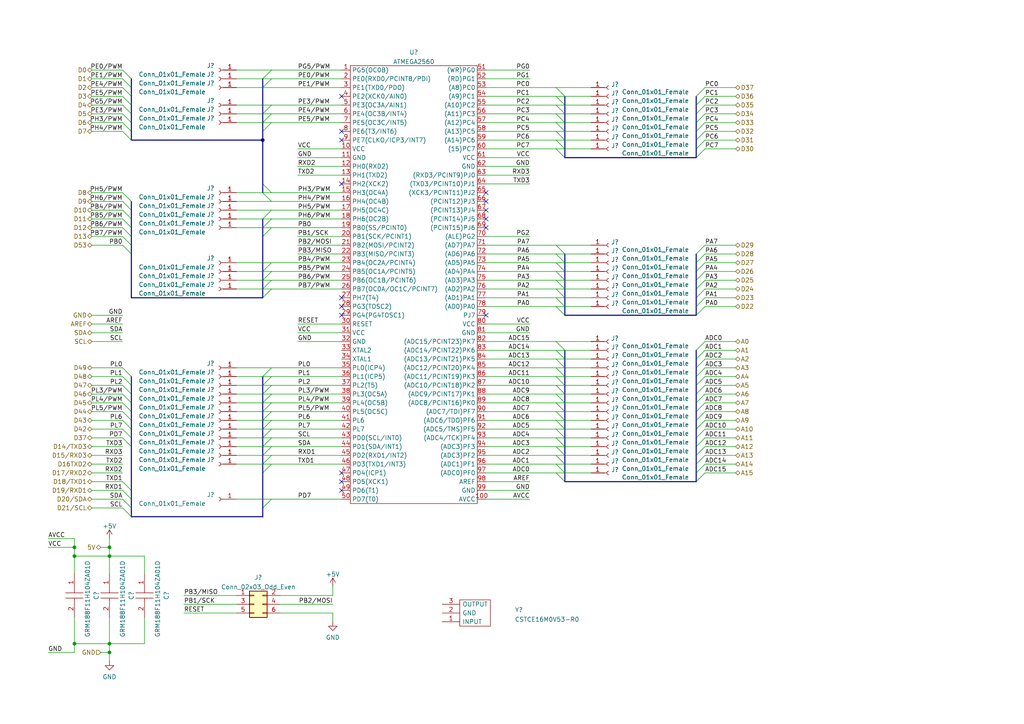
<source format=kicad_sch>
(kicad_sch (version 20211123) (generator eeschema)
  (paper "A4")
  (junction (at 76.2 40.64))
  (junction (at 31.75 186.69))
  (junction (at 21.59 186.69))
  (junction (at 31.75 189.23))
  (junction (at 31.75 158.75))
  (junction (at 21.59 158.75))
  (junction (at 21.59 161.29))
  (junction (at 31.75 161.29))
  (no_connect (at 140.97 58.42))
  (no_connect (at 140.97 55.88))
  (no_connect (at 140.97 91.44))
  (no_connect (at 140.97 66.04))
  (no_connect (at 140.97 63.5))
  (no_connect (at 140.97 60.96))
  (no_connect (at 99.06 40.64))
  (no_connect (at 99.06 38.1))
  (no_connect (at 99.06 27.94))
  (no_connect (at 99.06 142.24))
  (no_connect (at 99.06 139.7))
  (no_connect (at 99.06 137.16))
  (no_connect (at 99.06 88.9))
  (no_connect (at 99.06 91.44))
  (no_connect (at 99.06 86.36))
  (no_connect (at 99.06 53.34))
  (bus_entry (at 78.74 22.86) (size -2.54 2.54))
  (bus_entry (at 78.74 35.56) (size -2.54 2.54))
  (bus_entry (at 78.74 33.02) (size -2.54 2.54))
  (bus_entry (at 78.74 30.48) (size -2.54 2.54))
  (bus_entry (at 35.56 109.22) (size 2.54 2.54))
  (bus_entry (at 35.56 106.68) (size 2.54 2.54))
  (bus_entry (at 35.56 111.76) (size 2.54 2.54))
  (bus_entry (at 35.56 116.84) (size 2.54 2.54))
  (bus_entry (at 35.56 114.3) (size 2.54 2.54))
  (bus_entry (at 35.56 121.92) (size 2.54 2.54))
  (bus_entry (at 35.56 124.46) (size 2.54 2.54))
  (bus_entry (at 35.56 119.38) (size 2.54 2.54))
  (bus_entry (at 35.56 127) (size 2.54 2.54))
  (bus_entry (at 161.29 43.18) (size 2.54 2.54))
  (bus_entry (at 161.29 40.64) (size 2.54 2.54))
  (bus_entry (at 161.29 35.56) (size 2.54 2.54))
  (bus_entry (at 161.29 38.1) (size 2.54 2.54))
  (bus_entry (at 161.29 25.4) (size 2.54 2.54))
  (bus_entry (at 161.29 30.48) (size 2.54 2.54))
  (bus_entry (at 161.29 33.02) (size 2.54 2.54))
  (bus_entry (at 161.29 27.94) (size 2.54 2.54))
  (bus_entry (at 35.56 142.24) (size 2.54 2.54))
  (bus_entry (at 35.56 139.7) (size 2.54 2.54))
  (bus_entry (at 78.74 129.54) (size -2.54 2.54))
  (bus_entry (at 78.74 134.62) (size -2.54 2.54))
  (bus_entry (at 78.74 132.08) (size -2.54 2.54))
  (bus_entry (at 78.74 127) (size -2.54 2.54))
  (bus_entry (at 78.74 58.42) (size -2.54 -2.54))
  (bus_entry (at 204.47 116.84) (size -2.54 2.54))
  (bus_entry (at 204.47 101.6) (size -2.54 2.54))
  (bus_entry (at 204.47 99.06) (size -2.54 2.54))
  (bus_entry (at 204.47 111.76) (size -2.54 2.54))
  (bus_entry (at 204.47 114.3) (size -2.54 2.54))
  (bus_entry (at 204.47 104.14) (size -2.54 2.54))
  (bus_entry (at 204.47 106.68) (size -2.54 2.54))
  (bus_entry (at 204.47 109.22) (size -2.54 2.54))
  (bus_entry (at 78.74 60.96) (size -2.54 2.54))
  (bus_entry (at 78.74 63.5) (size -2.54 2.54))
  (bus_entry (at 78.74 66.04) (size -2.54 2.54))
  (bus_entry (at 78.74 76.2) (size -2.54 2.54))
  (bus_entry (at 78.74 81.28) (size -2.54 2.54))
  (bus_entry (at 78.74 83.82) (size -2.54 2.54))
  (bus_entry (at 78.74 78.74) (size -2.54 2.54))
  (bus_entry (at 204.47 78.74) (size -2.54 2.54))
  (bus_entry (at 204.47 73.66) (size -2.54 2.54))
  (bus_entry (at 204.47 76.2) (size -2.54 2.54))
  (bus_entry (at 204.47 88.9) (size -2.54 2.54))
  (bus_entry (at 204.47 86.36) (size -2.54 2.54))
  (bus_entry (at 204.47 83.82) (size -2.54 2.54))
  (bus_entry (at 204.47 81.28) (size -2.54 2.54))
  (bus_entry (at 204.47 71.12) (size -2.54 2.54))
  (bus_entry (at 78.74 106.68) (size -2.54 2.54))
  (bus_entry (at 78.74 114.3) (size -2.54 2.54))
  (bus_entry (at 78.74 111.76) (size -2.54 2.54))
  (bus_entry (at 78.74 109.22) (size -2.54 2.54))
  (bus_entry (at 78.74 121.92) (size -2.54 2.54))
  (bus_entry (at 78.74 119.38) (size -2.54 2.54))
  (bus_entry (at 78.74 116.84) (size -2.54 2.54))
  (bus_entry (at 78.74 124.46) (size -2.54 2.54))
  (bus_entry (at 204.47 43.18) (size -2.54 2.54))
  (bus_entry (at 204.47 30.48) (size -2.54 2.54))
  (bus_entry (at 204.47 27.94) (size -2.54 2.54))
  (bus_entry (at 204.47 25.4) (size -2.54 2.54))
  (bus_entry (at 204.47 33.02) (size -2.54 2.54))
  (bus_entry (at 204.47 35.56) (size -2.54 2.54))
  (bus_entry (at 204.47 40.64) (size -2.54 2.54))
  (bus_entry (at 204.47 38.1) (size -2.54 2.54))
  (bus_entry (at 76.2 53.34) (size 2.54 2.54))
  (bus_entry (at 35.56 55.88) (size 2.54 2.54))
  (bus_entry (at 35.56 58.42) (size 2.54 2.54))
  (bus_entry (at 35.56 60.96) (size 2.54 2.54))
  (bus_entry (at 35.56 63.5) (size 2.54 2.54))
  (bus_entry (at 35.56 66.04) (size 2.54 2.54))
  (bus_entry (at 35.56 68.58) (size 2.54 2.54))
  (bus_entry (at 35.56 71.12) (size 2.54 2.54))
  (bus_entry (at 161.29 116.84) (size 2.54 2.54))
  (bus_entry (at 161.29 114.3) (size 2.54 2.54))
  (bus_entry (at 161.29 111.76) (size 2.54 2.54))
  (bus_entry (at 161.29 109.22) (size 2.54 2.54))
  (bus_entry (at 161.29 106.68) (size 2.54 2.54))
  (bus_entry (at 161.29 104.14) (size 2.54 2.54))
  (bus_entry (at 161.29 101.6) (size 2.54 2.54))
  (bus_entry (at 161.29 99.06) (size 2.54 2.54))
  (bus_entry (at 78.74 20.32) (size -2.54 2.54))
  (bus_entry (at 204.47 121.92) (size -2.54 2.54))
  (bus_entry (at 204.47 124.46) (size -2.54 2.54))
  (bus_entry (at 204.47 127) (size -2.54 2.54))
  (bus_entry (at 204.47 129.54) (size -2.54 2.54))
  (bus_entry (at 204.47 132.08) (size -2.54 2.54))
  (bus_entry (at 204.47 134.62) (size -2.54 2.54))
  (bus_entry (at 204.47 137.16) (size -2.54 2.54))
  (bus_entry (at 204.47 119.38) (size -2.54 2.54))
  (bus_entry (at 35.56 27.94) (size 2.54 2.54))
  (bus_entry (at 35.56 38.1) (size 2.54 2.54))
  (bus_entry (at 35.56 35.56) (size 2.54 2.54))
  (bus_entry (at 35.56 33.02) (size 2.54 2.54))
  (bus_entry (at 35.56 30.48) (size 2.54 2.54))
  (bus_entry (at 35.56 22.86) (size 2.54 2.54))
  (bus_entry (at 35.56 25.4) (size 2.54 2.54))
  (bus_entry (at 161.29 88.9) (size 2.54 2.54))
  (bus_entry (at 161.29 86.36) (size 2.54 2.54))
  (bus_entry (at 161.29 137.16) (size 2.54 2.54))
  (bus_entry (at 161.29 83.82) (size 2.54 2.54))
  (bus_entry (at 161.29 81.28) (size 2.54 2.54))
  (bus_entry (at 161.29 78.74) (size 2.54 2.54))
  (bus_entry (at 161.29 76.2) (size 2.54 2.54))
  (bus_entry (at 161.29 73.66) (size 2.54 2.54))
  (bus_entry (at 161.29 71.12) (size 2.54 2.54))
  (bus_entry (at 78.74 144.78) (size -2.54 2.54))
  (bus_entry (at 161.29 119.38) (size 2.54 2.54))
  (bus_entry (at 161.29 127) (size 2.54 2.54))
  (bus_entry (at 161.29 129.54) (size 2.54 2.54))
  (bus_entry (at 161.29 121.92) (size 2.54 2.54))
  (bus_entry (at 161.29 124.46) (size 2.54 2.54))
  (bus_entry (at 161.29 134.62) (size 2.54 2.54))
  (bus_entry (at 161.29 132.08) (size 2.54 2.54))
  (bus_entry (at 35.56 20.32) (size 2.54 2.54))
  (bus_entry (at 35.56 144.78) (size 2.54 2.54))
  (bus_entry (at 35.56 147.32) (size 2.54 2.54))
  (wire (pts (xy 204.47 30.48) (xy 213.36 30.48)))
  (wire (pts (xy 68.58 35.56) (xy 76.2 35.56)))
  (wire (pts (xy 76.2 35.56) (xy 78.74 35.56)))
  (wire (pts (xy 161.29 35.56) (xy 163.83 35.56)))
  (wire (pts (xy 35.56 25.4) (xy 26.67 25.4)))
  (bus (pts (xy 38.1 35.56) (xy 38.1 38.1)))
  (wire (pts (xy 78.74 58.42) (xy 99.06 58.42)))
  (wire (pts (xy 35.56 119.38) (xy 26.67 119.38)))
  (wire (pts (xy 161.29 116.84) (xy 163.83 116.84)))
  (bus (pts (xy 163.83 35.56) (xy 163.83 38.1)))
  (wire (pts (xy 161.29 127) (xy 163.83 127)))
  (bus (pts (xy 38.1 58.42) (xy 38.1 60.96)))
  (wire (pts (xy 163.83 81.28) (xy 171.45 81.28)))
  (bus (pts (xy 201.93 111.76) (xy 201.93 114.3)))
  (wire (pts (xy 76.2 63.5) (xy 78.74 63.5)))
  (wire (pts (xy 68.58 114.3) (xy 76.2 114.3)))
  (wire (pts (xy 31.75 179.07) (xy 31.75 186.69)))
  (wire (pts (xy 140.97 111.76) (xy 161.29 111.76)))
  (wire (pts (xy 161.29 134.62) (xy 163.83 134.62)))
  (wire (pts (xy 26.67 68.58) (xy 35.56 68.58)))
  (bus (pts (xy 163.83 114.3) (xy 163.83 116.84)))
  (wire (pts (xy 204.47 137.16) (xy 213.36 137.16)))
  (wire (pts (xy 76.2 81.28) (xy 78.74 81.28)))
  (wire (pts (xy 78.74 121.92) (xy 99.06 121.92)))
  (bus (pts (xy 38.1 30.48) (xy 38.1 33.02)))
  (bus (pts (xy 38.1 111.76) (xy 38.1 114.3)))
  (wire (pts (xy 163.83 43.18) (xy 171.45 43.18)))
  (wire (pts (xy 140.97 45.72) (xy 153.67 45.72)))
  (wire (pts (xy 140.97 83.82) (xy 161.29 83.82)))
  (bus (pts (xy 38.1 63.5) (xy 38.1 66.04)))
  (wire (pts (xy 161.29 27.94) (xy 163.83 27.94)))
  (bus (pts (xy 163.83 33.02) (xy 163.83 35.56)))
  (wire (pts (xy 140.97 109.22) (xy 161.29 109.22)))
  (bus (pts (xy 201.93 109.22) (xy 201.93 111.76)))
  (wire (pts (xy 163.83 127) (xy 171.45 127)))
  (wire (pts (xy 204.47 43.18) (xy 213.36 43.18)))
  (bus (pts (xy 201.93 86.36) (xy 201.93 88.9)))
  (wire (pts (xy 81.28 177.8) (xy 96.52 177.8)))
  (wire (pts (xy 140.97 27.94) (xy 161.29 27.94)))
  (bus (pts (xy 201.93 83.82) (xy 201.93 86.36)))
  (wire (pts (xy 204.47 109.22) (xy 213.36 109.22)))
  (wire (pts (xy 35.56 114.3) (xy 26.67 114.3)))
  (bus (pts (xy 201.93 81.28) (xy 201.93 83.82)))
  (wire (pts (xy 140.97 99.06) (xy 161.29 99.06)))
  (wire (pts (xy 26.67 63.5) (xy 35.56 63.5)))
  (bus (pts (xy 76.2 83.82) (xy 76.2 86.36)))
  (bus (pts (xy 38.1 119.38) (xy 38.1 121.92)))
  (wire (pts (xy 26.67 99.06) (xy 35.56 99.06)))
  (wire (pts (xy 78.74 132.08) (xy 99.06 132.08)))
  (wire (pts (xy 161.29 114.3) (xy 163.83 114.3)))
  (bus (pts (xy 201.93 137.16) (xy 201.93 139.7)))
  (bus (pts (xy 163.83 78.74) (xy 163.83 81.28)))
  (wire (pts (xy 86.36 99.06) (xy 99.06 99.06)))
  (wire (pts (xy 21.59 179.07) (xy 21.59 186.69)))
  (bus (pts (xy 163.83 137.16) (xy 163.83 139.7)))
  (wire (pts (xy 26.67 55.88) (xy 35.56 55.88)))
  (wire (pts (xy 161.29 119.38) (xy 163.83 119.38)))
  (wire (pts (xy 161.29 40.64) (xy 163.83 40.64)))
  (wire (pts (xy 68.58 132.08) (xy 76.2 132.08)))
  (wire (pts (xy 140.97 127) (xy 161.29 127)))
  (wire (pts (xy 140.97 134.62) (xy 161.29 134.62)))
  (wire (pts (xy 26.67 96.52) (xy 35.56 96.52)))
  (wire (pts (xy 86.36 43.18) (xy 99.06 43.18)))
  (bus (pts (xy 163.83 116.84) (xy 163.83 119.38)))
  (wire (pts (xy 76.2 121.92) (xy 78.74 121.92)))
  (wire (pts (xy 204.47 121.92) (xy 213.36 121.92)))
  (wire (pts (xy 13.97 189.23) (xy 21.59 189.23)))
  (bus (pts (xy 201.93 124.46) (xy 201.93 127)))
  (bus (pts (xy 38.1 144.78) (xy 38.1 147.32)))
  (wire (pts (xy 68.58 20.32) (xy 78.74 20.32)))
  (wire (pts (xy 68.58 66.04) (xy 76.2 66.04)))
  (bus (pts (xy 76.2 149.86) (xy 76.2 147.32)))
  (wire (pts (xy 204.47 116.84) (xy 213.36 116.84)))
  (wire (pts (xy 161.29 33.02) (xy 163.83 33.02)))
  (wire (pts (xy 163.83 76.2) (xy 171.45 76.2)))
  (bus (pts (xy 38.1 60.96) (xy 38.1 63.5)))
  (wire (pts (xy 140.97 50.8) (xy 153.67 50.8)))
  (wire (pts (xy 78.74 81.28) (xy 99.06 81.28)))
  (bus (pts (xy 76.2 137.16) (xy 76.2 147.32)))
  (wire (pts (xy 78.74 144.78) (xy 99.06 144.78)))
  (wire (pts (xy 26.67 93.98) (xy 35.56 93.98)))
  (wire (pts (xy 68.58 58.42) (xy 78.74 58.42)))
  (wire (pts (xy 163.83 88.9) (xy 171.45 88.9)))
  (wire (pts (xy 26.67 71.12) (xy 35.56 71.12)))
  (wire (pts (xy 204.47 35.56) (xy 213.36 35.56)))
  (wire (pts (xy 53.34 177.8) (xy 68.58 177.8)))
  (wire (pts (xy 76.2 78.74) (xy 78.74 78.74)))
  (wire (pts (xy 26.67 91.44) (xy 35.56 91.44)))
  (wire (pts (xy 161.29 111.76) (xy 163.83 111.76)))
  (wire (pts (xy 204.47 25.4) (xy 213.36 25.4)))
  (wire (pts (xy 68.58 121.92) (xy 76.2 121.92)))
  (wire (pts (xy 26.67 60.96) (xy 35.56 60.96)))
  (bus (pts (xy 38.1 109.22) (xy 38.1 111.76)))
  (bus (pts (xy 163.83 86.36) (xy 163.83 88.9)))
  (wire (pts (xy 78.74 33.02) (xy 99.06 33.02)))
  (bus (pts (xy 163.83 43.18) (xy 163.83 45.72)))
  (bus (pts (xy 76.2 33.02) (xy 76.2 35.56)))
  (wire (pts (xy 78.74 134.62) (xy 99.06 134.62)))
  (wire (pts (xy 204.47 76.2) (xy 213.36 76.2)))
  (bus (pts (xy 76.2 134.62) (xy 76.2 137.16)))
  (wire (pts (xy 26.67 127) (xy 35.56 127)))
  (wire (pts (xy 21.59 156.21) (xy 21.59 158.75)))
  (wire (pts (xy 86.36 48.26) (xy 99.06 48.26)))
  (wire (pts (xy 161.29 30.48) (xy 163.83 30.48)))
  (wire (pts (xy 140.97 144.78) (xy 153.67 144.78)))
  (bus (pts (xy 76.2 124.46) (xy 76.2 127)))
  (bus (pts (xy 201.93 121.92) (xy 201.93 124.46)))
  (bus (pts (xy 201.93 38.1) (xy 201.93 40.64)))
  (wire (pts (xy 41.91 161.29) (xy 41.91 166.37)))
  (wire (pts (xy 140.97 121.92) (xy 161.29 121.92)))
  (wire (pts (xy 86.36 68.58) (xy 99.06 68.58)))
  (wire (pts (xy 21.59 158.75) (xy 21.59 161.29)))
  (bus (pts (xy 76.2 109.22) (xy 76.2 111.76)))
  (bus (pts (xy 201.93 35.56) (xy 201.93 38.1)))
  (wire (pts (xy 68.58 124.46) (xy 76.2 124.46)))
  (wire (pts (xy 78.74 30.48) (xy 99.06 30.48)))
  (wire (pts (xy 161.29 121.92) (xy 163.83 121.92)))
  (bus (pts (xy 163.83 76.2) (xy 163.83 78.74)))
  (wire (pts (xy 161.29 76.2) (xy 163.83 76.2)))
  (wire (pts (xy 31.75 161.29) (xy 41.91 161.29)))
  (bus (pts (xy 76.2 119.38) (xy 76.2 121.92)))
  (bus (pts (xy 76.2 68.58) (xy 76.2 78.74)))
  (bus (pts (xy 163.83 104.14) (xy 163.83 106.68)))
  (wire (pts (xy 26.67 132.08) (xy 35.56 132.08)))
  (wire (pts (xy 140.97 129.54) (xy 161.29 129.54)))
  (wire (pts (xy 140.97 116.84) (xy 161.29 116.84)))
  (wire (pts (xy 76.2 25.4) (xy 99.06 25.4)))
  (wire (pts (xy 140.97 132.08) (xy 161.29 132.08)))
  (wire (pts (xy 35.56 30.48) (xy 26.67 30.48)))
  (bus (pts (xy 201.93 116.84) (xy 201.93 119.38)))
  (wire (pts (xy 68.58 78.74) (xy 76.2 78.74)))
  (bus (pts (xy 201.93 88.9) (xy 201.93 91.44)))
  (wire (pts (xy 204.47 114.3) (xy 213.36 114.3)))
  (bus (pts (xy 163.83 111.76) (xy 163.83 114.3)))
  (bus (pts (xy 38.1 66.04) (xy 38.1 68.58)))
  (wire (pts (xy 26.67 66.04) (xy 35.56 66.04)))
  (wire (pts (xy 204.47 101.6) (xy 213.36 101.6)))
  (wire (pts (xy 76.2 134.62) (xy 78.74 134.62)))
  (wire (pts (xy 204.47 88.9) (xy 213.36 88.9)))
  (wire (pts (xy 68.58 116.84) (xy 76.2 116.84)))
  (wire (pts (xy 204.47 129.54) (xy 213.36 129.54)))
  (bus (pts (xy 76.2 22.86) (xy 76.2 25.4)))
  (bus (pts (xy 163.83 132.08) (xy 163.83 134.62)))
  (wire (pts (xy 140.97 20.32) (xy 153.67 20.32)))
  (wire (pts (xy 204.47 86.36) (xy 213.36 86.36)))
  (wire (pts (xy 140.97 25.4) (xy 161.29 25.4)))
  (wire (pts (xy 53.34 172.72) (xy 68.58 172.72)))
  (wire (pts (xy 204.47 132.08) (xy 213.36 132.08)))
  (bus (pts (xy 201.93 114.3) (xy 201.93 116.84)))
  (bus (pts (xy 163.83 45.72) (xy 201.93 45.72)))
  (wire (pts (xy 163.83 109.22) (xy 171.45 109.22)))
  (wire (pts (xy 161.29 71.12) (xy 171.45 71.12)))
  (wire (pts (xy 26.67 58.42) (xy 35.56 58.42)))
  (wire (pts (xy 204.47 27.94) (xy 213.36 27.94)))
  (wire (pts (xy 140.97 53.34) (xy 153.67 53.34)))
  (bus (pts (xy 201.93 33.02) (xy 201.93 35.56)))
  (wire (pts (xy 26.67 147.32) (xy 35.56 147.32)))
  (wire (pts (xy 29.21 189.23) (xy 31.75 189.23)))
  (wire (pts (xy 163.83 40.64) (xy 171.45 40.64)))
  (wire (pts (xy 35.56 20.32) (xy 26.67 20.32)))
  (wire (pts (xy 204.47 83.82) (xy 213.36 83.82)))
  (bus (pts (xy 38.1 124.46) (xy 38.1 127)))
  (wire (pts (xy 76.2 129.54) (xy 78.74 129.54)))
  (wire (pts (xy 140.97 139.7) (xy 153.67 139.7)))
  (wire (pts (xy 26.67 27.94) (xy 35.56 27.94)))
  (wire (pts (xy 204.47 106.68) (xy 213.36 106.68)))
  (wire (pts (xy 163.83 106.68) (xy 171.45 106.68)))
  (wire (pts (xy 35.56 116.84) (xy 26.67 116.84)))
  (wire (pts (xy 140.97 68.58) (xy 153.67 68.58)))
  (wire (pts (xy 140.97 81.28) (xy 161.29 81.28)))
  (bus (pts (xy 38.1 25.4) (xy 38.1 27.94)))
  (bus (pts (xy 38.1 121.92) (xy 38.1 124.46)))
  (wire (pts (xy 140.97 76.2) (xy 161.29 76.2)))
  (wire (pts (xy 140.97 106.68) (xy 161.29 106.68)))
  (wire (pts (xy 78.74 60.96) (xy 99.06 60.96)))
  (wire (pts (xy 163.83 78.74) (xy 171.45 78.74)))
  (wire (pts (xy 76.2 124.46) (xy 78.74 124.46)))
  (bus (pts (xy 163.83 134.62) (xy 163.83 137.16)))
  (wire (pts (xy 76.2 111.76) (xy 78.74 111.76)))
  (wire (pts (xy 26.67 129.54) (xy 35.56 129.54)))
  (wire (pts (xy 86.36 96.52) (xy 99.06 96.52)))
  (wire (pts (xy 163.83 132.08) (xy 171.45 132.08)))
  (wire (pts (xy 161.29 137.16) (xy 163.83 137.16)))
  (wire (pts (xy 35.56 35.56) (xy 26.67 35.56)))
  (wire (pts (xy 78.74 111.76) (xy 99.06 111.76)))
  (wire (pts (xy 78.74 119.38) (xy 99.06 119.38)))
  (bus (pts (xy 201.93 104.14) (xy 201.93 106.68)))
  (wire (pts (xy 163.83 111.76) (xy 171.45 111.76)))
  (wire (pts (xy 163.83 33.02) (xy 171.45 33.02)))
  (wire (pts (xy 163.83 114.3) (xy 171.45 114.3)))
  (wire (pts (xy 78.74 83.82) (xy 99.06 83.82)))
  (wire (pts (xy 161.29 124.46) (xy 163.83 124.46)))
  (wire (pts (xy 204.47 38.1) (xy 213.36 38.1)))
  (wire (pts (xy 26.67 137.16) (xy 35.56 137.16)))
  (wire (pts (xy 161.29 43.18) (xy 163.83 43.18)))
  (bus (pts (xy 163.83 127) (xy 163.83 129.54)))
  (bus (pts (xy 38.1 129.54) (xy 38.1 127)))
  (wire (pts (xy 86.36 93.98) (xy 99.06 93.98)))
  (wire (pts (xy 78.74 124.46) (xy 99.06 124.46)))
  (wire (pts (xy 76.2 116.84) (xy 78.74 116.84)))
  (wire (pts (xy 163.83 30.48) (xy 171.45 30.48)))
  (bus (pts (xy 76.2 55.88) (xy 76.2 53.34)))
  (wire (pts (xy 161.29 101.6) (xy 163.83 101.6)))
  (wire (pts (xy 163.83 73.66) (xy 171.45 73.66)))
  (bus (pts (xy 163.83 40.64) (xy 163.83 43.18)))
  (wire (pts (xy 78.74 66.04) (xy 99.06 66.04)))
  (wire (pts (xy 204.47 119.38) (xy 213.36 119.38)))
  (wire (pts (xy 68.58 81.28) (xy 76.2 81.28)))
  (wire (pts (xy 41.91 186.69) (xy 41.91 179.07)))
  (wire (pts (xy 163.83 116.84) (xy 171.45 116.84)))
  (wire (pts (xy 163.83 83.82) (xy 171.45 83.82)))
  (bus (pts (xy 38.1 142.24) (xy 38.1 144.78)))
  (wire (pts (xy 204.47 127) (xy 213.36 127)))
  (wire (pts (xy 76.2 55.88) (xy 78.74 55.88)))
  (wire (pts (xy 161.29 81.28) (xy 163.83 81.28)))
  (wire (pts (xy 204.47 111.76) (xy 213.36 111.76)))
  (bus (pts (xy 163.83 139.7) (xy 201.93 139.7)))
  (wire (pts (xy 76.2 83.82) (xy 78.74 83.82)))
  (wire (pts (xy 76.2 109.22) (xy 78.74 109.22)))
  (wire (pts (xy 140.97 96.52) (xy 153.67 96.52)))
  (wire (pts (xy 161.29 109.22) (xy 163.83 109.22)))
  (bus (pts (xy 201.93 43.18) (xy 201.93 45.72)))
  (wire (pts (xy 140.97 142.24) (xy 153.67 142.24)))
  (wire (pts (xy 68.58 134.62) (xy 76.2 134.62)))
  (wire (pts (xy 161.29 104.14) (xy 163.83 104.14)))
  (wire (pts (xy 140.97 93.98) (xy 153.67 93.98)))
  (bus (pts (xy 76.2 53.34) (xy 76.2 40.64)))
  (wire (pts (xy 140.97 124.46) (xy 161.29 124.46)))
  (wire (pts (xy 140.97 114.3) (xy 161.29 114.3)))
  (bus (pts (xy 163.83 106.68) (xy 163.83 109.22)))
  (wire (pts (xy 68.58 144.78) (xy 78.74 144.78)))
  (wire (pts (xy 161.29 73.66) (xy 163.83 73.66)))
  (bus (pts (xy 163.83 109.22) (xy 163.83 111.76)))
  (wire (pts (xy 161.29 25.4) (xy 171.45 25.4)))
  (wire (pts (xy 31.75 158.75) (xy 31.75 161.29)))
  (wire (pts (xy 26.67 139.7) (xy 35.56 139.7)))
  (bus (pts (xy 38.1 116.84) (xy 38.1 119.38)))
  (wire (pts (xy 26.67 134.62) (xy 35.56 134.62)))
  (wire (pts (xy 78.74 114.3) (xy 99.06 114.3)))
  (bus (pts (xy 201.93 27.94) (xy 201.93 30.48)))
  (bus (pts (xy 76.2 25.4) (xy 76.2 33.02)))
  (wire (pts (xy 21.59 166.37) (xy 21.59 161.29)))
  (bus (pts (xy 38.1 33.02) (xy 38.1 35.56)))
  (wire (pts (xy 86.36 45.72) (xy 99.06 45.72)))
  (wire (pts (xy 13.97 156.21) (xy 21.59 156.21)))
  (wire (pts (xy 68.58 30.48) (xy 78.74 30.48)))
  (bus (pts (xy 201.93 132.08) (xy 201.93 134.62)))
  (wire (pts (xy 81.28 175.26) (xy 96.52 175.26)))
  (wire (pts (xy 163.83 121.92) (xy 171.45 121.92)))
  (bus (pts (xy 163.83 121.92) (xy 163.83 124.46)))
  (bus (pts (xy 163.83 27.94) (xy 163.83 30.48)))
  (bus (pts (xy 38.1 114.3) (xy 38.1 116.84)))
  (wire (pts (xy 26.67 144.78) (xy 35.56 144.78)))
  (wire (pts (xy 161.29 99.06) (xy 171.45 99.06)))
  (wire (pts (xy 140.97 35.56) (xy 161.29 35.56)))
  (wire (pts (xy 161.29 38.1) (xy 163.83 38.1)))
  (wire (pts (xy 76.2 22.86) (xy 78.74 22.86)))
  (wire (pts (xy 21.59 189.23) (xy 21.59 186.69)))
  (wire (pts (xy 78.74 55.88) (xy 99.06 55.88)))
  (wire (pts (xy 13.97 158.75) (xy 21.59 158.75)))
  (wire (pts (xy 68.58 127) (xy 76.2 127)))
  (wire (pts (xy 68.58 25.4) (xy 76.2 25.4)))
  (wire (pts (xy 21.59 186.69) (xy 31.75 186.69)))
  (wire (pts (xy 140.97 38.1) (xy 161.29 38.1)))
  (wire (pts (xy 68.58 111.76) (xy 76.2 111.76)))
  (wire (pts (xy 68.58 83.82) (xy 76.2 83.82)))
  (wire (pts (xy 163.83 35.56) (xy 171.45 35.56)))
  (bus (pts (xy 76.2 127) (xy 76.2 129.54)))
  (bus (pts (xy 201.93 30.48) (xy 201.93 33.02)))
  (bus (pts (xy 201.93 101.6) (xy 201.93 104.14)))
  (wire (pts (xy 31.75 191.77) (xy 31.75 189.23)))
  (wire (pts (xy 78.74 78.74) (xy 99.06 78.74)))
  (wire (pts (xy 35.56 124.46) (xy 26.67 124.46)))
  (bus (pts (xy 38.1 147.32) (xy 38.1 149.86)))
  (wire (pts (xy 204.47 124.46) (xy 213.36 124.46)))
  (wire (pts (xy 68.58 63.5) (xy 76.2 63.5)))
  (wire (pts (xy 163.83 137.16) (xy 171.45 137.16)))
  (bus (pts (xy 38.1 149.86) (xy 76.2 149.86)))
  (wire (pts (xy 140.97 86.36) (xy 161.29 86.36)))
  (wire (pts (xy 161.29 129.54) (xy 163.83 129.54)))
  (wire (pts (xy 140.97 48.26) (xy 153.67 48.26)))
  (wire (pts (xy 35.56 106.68) (xy 26.67 106.68)))
  (wire (pts (xy 163.83 27.94) (xy 171.45 27.94)))
  (wire (pts (xy 68.58 33.02) (xy 76.2 33.02)))
  (wire (pts (xy 204.47 81.28) (xy 213.36 81.28)))
  (bus (pts (xy 163.83 124.46) (xy 163.83 127)))
  (bus (pts (xy 163.83 83.82) (xy 163.83 86.36)))
  (wire (pts (xy 26.67 22.86) (xy 35.56 22.86)))
  (wire (pts (xy 78.74 116.84) (xy 99.06 116.84)))
  (bus (pts (xy 201.93 119.38) (xy 201.93 121.92)))
  (bus (pts (xy 76.2 132.08) (xy 76.2 134.62)))
  (wire (pts (xy 140.97 119.38) (xy 161.29 119.38)))
  (wire (pts (xy 26.67 33.02) (xy 35.56 33.02)))
  (bus (pts (xy 38.1 73.66) (xy 38.1 86.36)))
  (bus (pts (xy 201.93 106.68) (xy 201.93 109.22)))
  (wire (pts (xy 68.58 109.22) (xy 76.2 109.22)))
  (wire (pts (xy 140.97 30.48) (xy 161.29 30.48)))
  (bus (pts (xy 201.93 76.2) (xy 201.93 78.74)))
  (wire (pts (xy 161.29 132.08) (xy 163.83 132.08)))
  (wire (pts (xy 140.97 78.74) (xy 161.29 78.74)))
  (wire (pts (xy 161.29 88.9) (xy 163.83 88.9)))
  (wire (pts (xy 161.29 106.68) (xy 163.83 106.68)))
  (bus (pts (xy 163.83 91.44) (xy 201.93 91.44)))
  (bus (pts (xy 201.93 73.66) (xy 201.93 76.2)))
  (wire (pts (xy 76.2 127) (xy 78.74 127)))
  (bus (pts (xy 163.83 101.6) (xy 163.83 104.14)))
  (wire (pts (xy 140.97 71.12) (xy 161.29 71.12)))
  (wire (pts (xy 68.58 106.68) (xy 78.74 106.68)))
  (wire (pts (xy 76.2 66.04) (xy 78.74 66.04)))
  (wire (pts (xy 76.2 119.38) (xy 78.74 119.38)))
  (wire (pts (xy 204.47 99.06) (xy 213.36 99.06)))
  (bus (pts (xy 38.1 129.54) (xy 38.1 142.24)))
  (wire (pts (xy 53.34 175.26) (xy 68.58 175.26)))
  (wire (pts (xy 86.36 71.12) (xy 99.06 71.12)))
  (bus (pts (xy 163.83 38.1) (xy 163.83 40.64)))
  (wire (pts (xy 78.74 106.68) (xy 99.06 106.68)))
  (wire (pts (xy 78.74 109.22) (xy 99.06 109.22)))
  (wire (pts (xy 76.2 114.3) (xy 78.74 114.3)))
  (bus (pts (xy 163.83 73.66) (xy 163.83 76.2)))
  (wire (pts (xy 86.36 50.8) (xy 99.06 50.8)))
  (wire (pts (xy 204.47 104.14) (xy 213.36 104.14)))
  (wire (pts (xy 204.47 33.02) (xy 213.36 33.02)))
  (wire (pts (xy 78.74 22.86) (xy 99.06 22.86)))
  (wire (pts (xy 35.56 111.76) (xy 26.67 111.76)))
  (bus (pts (xy 38.1 27.94) (xy 38.1 30.48)))
  (bus (pts (xy 163.83 129.54) (xy 163.83 132.08)))
  (wire (pts (xy 163.83 86.36) (xy 171.45 86.36)))
  (wire (pts (xy 204.47 78.74) (xy 213.36 78.74)))
  (wire (pts (xy 29.21 158.75) (xy 31.75 158.75)))
  (bus (pts (xy 163.83 30.48) (xy 163.83 33.02)))
  (wire (pts (xy 78.74 76.2) (xy 99.06 76.2)))
  (wire (pts (xy 163.83 38.1) (xy 171.45 38.1)))
  (wire (pts (xy 31.75 161.29) (xy 31.75 166.37)))
  (bus (pts (xy 76.2 66.04) (xy 76.2 68.58)))
  (wire (pts (xy 81.28 172.72) (xy 96.52 172.72)))
  (wire (pts (xy 140.97 104.14) (xy 161.29 104.14)))
  (wire (pts (xy 204.47 134.62) (xy 213.36 134.62)))
  (wire (pts (xy 31.75 186.69) (xy 41.91 186.69)))
  (wire (pts (xy 31.75 189.23) (xy 31.75 186.69)))
  (wire (pts (xy 78.74 127) (xy 99.06 127)))
  (wire (pts (xy 161.29 86.36) (xy 163.83 86.36)))
  (wire (pts (xy 163.83 101.6) (xy 171.45 101.6)))
  (bus (pts (xy 163.83 88.9) (xy 163.83 91.44)))
  (wire (pts (xy 35.56 109.22) (xy 26.67 109.22)))
  (bus (pts (xy 163.83 119.38) (xy 163.83 121.92)))
  (wire (pts (xy 161.29 83.82) (xy 163.83 83.82)))
  (wire (pts (xy 163.83 124.46) (xy 171.45 124.46)))
  (bus (pts (xy 76.2 116.84) (xy 76.2 119.38)))
  (wire (pts (xy 76.2 33.02) (xy 78.74 33.02)))
  (wire (pts (xy 96.52 177.8) (xy 96.52 180.34)))
  (wire (pts (xy 163.83 129.54) (xy 171.45 129.54)))
  (wire (pts (xy 68.58 119.38) (xy 76.2 119.38)))
  (wire (pts (xy 140.97 33.02) (xy 161.29 33.02)))
  (bus (pts (xy 38.1 68.58) (xy 38.1 71.12)))
  (wire (pts (xy 21.59 161.29) (xy 31.75 161.29)))
  (wire (pts (xy 68.58 76.2) (xy 78.74 76.2)))
  (bus (pts (xy 201.93 78.74) (xy 201.93 81.28)))
  (wire (pts (xy 31.75 158.75) (xy 31.75 156.21)))
  (wire (pts (xy 140.97 101.6) (xy 161.29 101.6)))
  (bus (pts (xy 76.2 121.92) (xy 76.2 124.46)))
  (wire (pts (xy 78.74 129.54) (xy 99.06 129.54)))
  (bus (pts (xy 76.2 35.56) (xy 76.2 38.1)))
  (wire (pts (xy 68.58 55.88) (xy 76.2 55.88)))
  (wire (pts (xy 96.52 172.72) (xy 96.52 170.18)))
  (wire (pts (xy 140.97 88.9) (xy 161.29 88.9)))
  (bus (pts (xy 38.1 71.12) (xy 38.1 73.66)))
  (bus (pts (xy 76.2 129.54) (xy 76.2 132.08)))
  (bus (pts (xy 76.2 40.64) (xy 76.2 38.1)))
  (bus (pts (xy 38.1 22.86) (xy 38.1 25.4)))
  (wire (pts (xy 78.74 35.56) (xy 99.06 35.56)))
  (bus (pts (xy 76.2 78.74) (xy 76.2 81.28)))
  (wire (pts (xy 204.47 40.64) (xy 213.36 40.64)))
  (wire (pts (xy 68.58 22.86) (xy 76.2 22.86)))
  (bus (pts (xy 38.1 86.36) (xy 76.2 86.36)))
  (bus (pts (xy 76.2 63.5) (xy 76.2 66.04)))
  (wire (pts (xy 140.97 137.16) (xy 161.29 137.16)))
  (bus (pts (xy 201.93 134.62) (xy 201.93 137.16)))
  (wire (pts (xy 163.83 119.38) (xy 171.45 119.38)))
  (bus (pts (xy 163.83 81.28) (xy 163.83 83.82)))
  (bus (pts (xy 201.93 127) (xy 201.93 129.54)))
  (wire (pts (xy 204.47 71.12) (xy 213.36 71.12)))
  (bus (pts (xy 76.2 114.3) (xy 76.2 116.84)))
  (wire (pts (xy 68.58 129.54) (xy 76.2 129.54)))
  (wire (pts (xy 163.83 134.62) (xy 171.45 134.62)))
  (bus (pts (xy 76.2 111.76) (xy 76.2 114.3)))
  (bus (pts (xy 201.93 40.64) (xy 201.93 43.18)))
  (wire (pts (xy 26.67 38.1) (xy 35.56 38.1)))
  (bus (pts (xy 201.93 129.54) (xy 201.93 132.08)))
  (bus (pts (xy 76.2 81.28) (xy 76.2 83.82)))
  (wire (pts (xy 76.2 132.08) (xy 78.74 132.08)))
  (bus (pts (xy 38.1 40.64) (xy 76.2 40.64)))
  (wire (pts (xy 78.74 20.32) (xy 99.06 20.32)))
  (wire (pts (xy 78.74 63.5) (xy 99.06 63.5)))
  (wire (pts (xy 163.83 104.14) (xy 171.45 104.14)))
  (wire (pts (xy 161.29 78.74) (xy 163.83 78.74)))
  (wire (pts (xy 140.97 40.64) (xy 161.29 40.64)))
  (wire (pts (xy 68.58 60.96) (xy 78.74 60.96)))
  (wire (pts (xy 26.67 142.24) (xy 35.56 142.24)))
  (wire (pts (xy 140.97 73.66) (xy 161.29 73.66)))
  (wire (pts (xy 140.97 22.86) (xy 153.67 22.86)))
  (wire (pts (xy 140.97 43.18) (xy 161.29 43.18)))
  (wire (pts (xy 86.36 73.66) (xy 99.06 73.66)))
  (wire (pts (xy 35.56 121.92) (xy 26.67 121.92)))
  (bus (pts (xy 38.1 38.1) (xy 38.1 40.64)))
  (wire (pts (xy 204.47 73.66) (xy 213.36 73.66)))
  (label "RXD2" (at 86.36 48.26 0))
  (label "AREF" (at 153.67 139.7 180))
  (label "PB4{slash}PWM" (at 35.56 60.96 180))
  (label "ADC6" (at 153.67 121.92 180))
  (label "ADC1" (at 204.47 101.6 0))
  (label "PD7" (at 86.36 144.78 0))
  (label "ADC10" (at 153.67 111.76 180))
  (label "PH5{slash}PWM" (at 86.36 60.96 0))
  (label "PE4{slash}PWM" (at 35.56 25.4 180))
  (label "PH3{slash}PWM" (at 86.36 55.88 0))
  (label "PL7" (at 35.56 124.46 180))
  (label "PA6" (at 153.67 73.66 180))
  (label "VCC" (at 13.97 158.75 0))
  (label "ADC5" (at 153.67 124.46 180))
  (label "ADC14" (at 204.47 134.62 0))
  (label "PB7{slash}PWM" (at 35.56 68.58 180))
  (label "VCC" (at 153.67 45.72 180))
  (label "PA2" (at 153.67 83.82 180))
  (label "PH4{slash}PWM" (at 86.36 58.42 0))
  (label "PA0" (at 204.47 88.9 0))
  (label "PL0" (at 35.56 106.68 180))
  (label "ADC12" (at 204.47 129.54 0))
  (label "PL3{slash}PWM" (at 35.56 114.3 180))
  (label "PC4" (at 204.47 35.56 0))
  (label "PB4{slash}PWM" (at 86.36 76.2 0))
  (label "ADC8" (at 153.67 116.84 180))
  (label "PC6" (at 153.67 40.64 180))
  (label "ADC0" (at 204.47 99.06 0))
  (label "PA5" (at 153.67 76.2 180))
  (label "ADC9" (at 153.67 114.3 180))
  (label "PE1{slash}PWM" (at 35.56 22.86 180))
  (label "PA7" (at 204.47 71.12 0))
  (label "PB3{slash}MISO" (at 86.36 73.66 0))
  (label "GND" (at 35.56 91.44 180))
  (label "SDA" (at 86.36 129.54 0))
  (label "PL6" (at 86.36 121.92 0))
  (label "PE0{slash}PWM" (at 35.56 20.32 180))
  (label "ADC11" (at 153.67 109.22 180))
  (label "PB2{slash}MOSI" (at 96.52 175.26 180))
  (label "TXD3" (at 35.56 129.54 180))
  (label "PC7" (at 204.47 43.18 0))
  (label "PE3{slash}PWM" (at 86.36 30.48 0))
  (label "PL2" (at 86.36 111.76 0))
  (label "RESET" (at 53.34 177.8 0))
  (label "PC3" (at 204.47 33.02 0))
  (label "SCL" (at 86.36 127 0))
  (label "PC0" (at 204.47 25.4 0))
  (label "AVCC" (at 153.67 144.78 180))
  (label "PA4" (at 153.67 78.74 180))
  (label "PA3" (at 204.47 81.28 0))
  (label "PL4{slash}PWM" (at 35.56 116.84 180))
  (label "TXD2" (at 86.36 50.8 0))
  (label "ADC13" (at 153.67 104.14 180))
  (label "PC2" (at 204.47 30.48 0))
  (label "GND" (at 153.67 142.24 180))
  (label "GND" (at 153.67 48.26 180))
  (label "ADC2" (at 153.67 132.08 180))
  (label "ADC4" (at 153.67 127 180))
  (label "PC6" (at 204.47 40.64 0))
  (label "PB5{slash}PWM" (at 86.36 78.74 0))
  (label "ADC11" (at 204.47 127 0))
  (label "RXD1" (at 86.36 132.08 0))
  (label "VCC" (at 86.36 96.52 0))
  (label "PB6{slash}PWM" (at 86.36 81.28 0))
  (label "PE4{slash}PWM" (at 86.36 33.02 0))
  (label "PG5{slash}PWM" (at 86.36 20.32 0))
  (label "PL7" (at 86.36 124.46 0))
  (label "PC4" (at 153.67 35.56 180))
  (label "ADC15" (at 153.67 99.06 180))
  (label "RESET" (at 86.36 93.98 0))
  (label "PL6" (at 35.56 121.92 180))
  (label "PB7{slash}PWM" (at 86.36 83.82 0))
  (label "TXD1" (at 35.56 139.7 180))
  (label "PB6{slash}PWM" (at 35.56 66.04 180))
  (label "ADC8" (at 204.47 119.38 0))
  (label "ADC9" (at 204.47 121.92 0))
  (label "PB2{slash}MOSI" (at 86.36 71.12 0))
  (label "PC2" (at 153.67 30.48 180))
  (label "SDA" (at 35.56 96.52 180))
  (label "PA0" (at 153.67 88.9 180))
  (label "RXD3" (at 35.56 132.08 180))
  (label "ADC7" (at 204.47 116.84 0))
  (label "PG1" (at 153.67 22.86 180))
  (label "PB3{slash}MISO" (at 53.34 172.72 0))
  (label "PE1{slash}PWM" (at 86.36 25.4 0))
  (label "PC7" (at 153.67 43.18 180))
  (label "VCC" (at 86.36 43.18 0))
  (label "ADC0" (at 153.67 137.16 180))
  (label "PB0" (at 86.36 66.04 0))
  (label "ADC5" (at 204.47 111.76 0))
  (label "PH6{slash}PWM" (at 86.36 63.5 0))
  (label "PL0" (at 86.36 106.68 0))
  (label "PC1" (at 153.67 27.94 180))
  (label "ADC4" (at 204.47 109.22 0))
  (label "ADC1" (at 153.67 134.62 180))
  (label "PL5{slash}PWM" (at 35.56 119.38 180))
  (label "AREF" (at 35.56 93.98 180))
  (label "PB0" (at 35.56 71.12 180))
  (label "RXD1" (at 35.56 142.24 180))
  (label "GND" (at 13.97 189.23 0))
  (label "PE3{slash}PWM" (at 35.56 33.02 180))
  (label "PA7" (at 153.67 71.12 180))
  (label "PG5{slash}PWM" (at 35.56 30.48 180))
  (label "TXD2" (at 35.56 134.62 180))
  (label "SCL" (at 35.56 99.06 180))
  (label "PL3{slash}PWM" (at 86.36 114.3 0))
  (label "ADC14" (at 153.67 101.6 180))
  (label "PG2" (at 153.67 68.58 180))
  (label "PL4{slash}PWM" (at 86.36 116.84 0))
  (label "PA4" (at 204.47 78.74 0))
  (label "PL2" (at 35.56 111.76 180))
  (label "PD7" (at 35.56 127 180))
  (label "PB1{slash}SCK" (at 86.36 68.58 0))
  (label "PC5" (at 204.47 38.1 0))
  (label "TXD1" (at 86.36 134.62 0))
  (label "PH5{slash}PWM" (at 35.56 55.88 180))
  (label "ADC3" (at 204.47 106.68 0))
  (label "VCC" (at 153.67 93.98 180))
  (label "ADC7" (at 153.67 119.38 180))
  (label "PE0{slash}PWM" (at 86.36 22.86 0))
  (label "PA1" (at 204.47 86.36 0))
  (label "GND" (at 86.36 45.72 0))
  (label "RXD3" (at 153.67 50.8 180))
  (label "PA2" (at 204.47 83.82 0))
  (label "ADC15" (at 204.47 137.16 0))
  (label "PL5{slash}PWM" (at 86.36 119.38 0))
  (label "PA1" (at 153.67 86.36 180))
  (label "PE5{slash}PWM" (at 35.56 27.94 180))
  (label "PC5" (at 153.67 38.1 180))
  (label "PC3" (at 153.67 33.02 180))
  (label "ADC10" (at 204.47 124.46 0))
  (label "PG0" (at 153.67 20.32 180))
  (label "TXD3" (at 153.67 53.34 180))
  (label "PB5{slash}PWM" (at 35.56 63.5 180))
  (label "PA6" (at 204.47 73.66 0))
  (label "ADC3" (at 153.67 129.54 180))
  (label "PA3" (at 153.67 81.28 180))
  (label "PC1" (at 204.47 27.94 0))
  (label "SCL" (at 35.56 147.32 180))
  (label "AVCC" (at 13.97 156.21 0))
  (label "PE5{slash}PWM" (at 86.36 35.56 0))
  (label "PC0" (at 153.67 25.4 180))
  (label "PL1" (at 86.36 109.22 0))
  (label "PH4{slash}PWM" (at 35.56 38.1 180))
  (label "ADC2" (at 204.47 104.14 0))
  (label "ADC6" (at 204.47 114.3 0))
  (label "PL1" (at 35.56 109.22 180))
  (label "SDA" (at 35.56 144.78 180))
  (label "GND" (at 86.36 99.06 0))
  (label "RXD2" (at 35.56 137.16 180))
  (label "GND" (at 153.67 96.52 180))
  (label "PA5" (at 204.47 76.2 0))
  (label "PB1{slash}SCK" (at 53.34 175.26 0))
  (label "PH3{slash}PWM" (at 35.56 35.56 180))
  (label "PH6{slash}PWM" (at 35.56 58.42 180))
  (label "ADC12" (at 153.67 106.68 180))
  (label "ADC13" (at 204.47 132.08 0))
  (hierarchical_label "D7" (shape bidirectional) (at 26.67 38.1 180))
  (hierarchical_label "5V" (shape bidirectional) (at 29.21 158.75 180))
  (hierarchical_label "A0" (shape bidirectional) (at 213.36 99.06 0))
  (hierarchical_label "D3" (shape bidirectional) (at 26.67 27.94 180))
  (hierarchical_label "D43" (shape bidirectional) (at 26.67 121.92 180))
  (hierarchical_label "A14" (shape bidirectional) (at 213.36 134.62 0))
  (hierarchical_label "D18{slash}TXD1" (shape bidirectional) (at 26.67 139.7 180))
  (hierarchical_label "D42" (shape bidirectional) (at 26.67 124.46 180))
  (hierarchical_label "D53" (shape bidirectional) (at 26.67 71.12 180))
  (hierarchical_label "D28" (shape bidirectional) (at 213.36 73.66 0))
  (hierarchical_label "D12" (shape bidirectional) (at 26.67 66.04 180))
  (hierarchical_label "A6" (shape bidirectional) (at 213.36 114.3 0))
  (hierarchical_label "A4" (shape bidirectional) (at 213.36 109.22 0))
  (hierarchical_label "A5" (shape bidirectional) (at 213.36 111.76 0))
  (hierarchical_label "SDA" (shape bidirectional) (at 26.67 96.52 180))
  (hierarchical_label "A2" (shape bidirectional) (at 213.36 104.14 0))
  (hierarchical_label "A8" (shape bidirectional) (at 213.36 119.38 0))
  (hierarchical_label "D24" (shape bidirectional) (at 213.36 83.82 0))
  (hierarchical_label "GND" (shape bidirectional) (at 26.67 91.44 180))
  (hierarchical_label "A10" (shape bidirectional) (at 213.36 124.46 0))
  (hierarchical_label "D6" (shape bidirectional) (at 26.67 35.56 180))
  (hierarchical_label "D15{slash}RXD3" (shape bidirectional) (at 26.67 132.08 180))
  (hierarchical_label "SCL" (shape bidirectional) (at 26.67 99.06 180))
  (hierarchical_label "A3" (shape bidirectional) (at 213.36 106.68 0))
  (hierarchical_label "D29" (shape bidirectional) (at 213.36 71.12 0))
  (hierarchical_label "A9" (shape bidirectional) (at 213.36 121.92 0))
  (hierarchical_label "D44" (shape bidirectional) (at 26.67 119.38 180))
  (hierarchical_label "D33" (shape bidirectional) (at 213.36 35.56 0))
  (hierarchical_label "D37" (shape bidirectional) (at 26.67 127 180))
  (hierarchical_label "D0" (shape bidirectional) (at 26.67 20.32 180))
  (hierarchical_label "D47" (shape bidirectional) (at 26.67 111.76 180))
  (hierarchical_label "D48" (shape bidirectional) (at 26.67 109.22 180))
  (hierarchical_label "D1" (shape bidirectional) (at 26.67 22.86 180))
  (hierarchical_label "D2" (shape bidirectional) (at 26.67 25.4 180))
  (hierarchical_label "D35" (shape bidirectional) (at 213.36 30.48 0))
  (hierarchical_label "A11" (shape bidirectional) (at 213.36 127 0))
  (hierarchical_label "D46" (shape bidirectional) (at 26.67 114.3 180))
  (hierarchical_label "D37" (shape bidirectional) (at 213.36 25.4 0))
  (hierarchical_label "D26" (shape bidirectional) (at 213.36 78.74 0))
  (hierarchical_label "D22" (shape bidirectional) (at 213.36 88.9 0))
  (hierarchical_label "D27" (shape bidirectional) (at 213.36 76.2 0))
  (hierarchical_label "D17{slash}RXD2" (shape bidirectional) (at 26.67 137.16 180))
  (hierarchical_label "D9" (shape bidirectional) (at 26.67 58.42 180))
  (hierarchical_label "D5" (shape bidirectional) (at 26.67 33.02 180))
  (hierarchical_label "A15" (shape bidirectional) (at 213.36 137.16 0))
  (hierarchical_label "D4" (shape bidirectional) (at 26.67 30.48 180))
  (hierarchical_label "A7" (shape bidirectional) (at 213.36 116.84 0))
  (hierarchical_label "D13" (shape bidirectional) (at 26.67 68.58 180))
  (hierarchical_label "D49" (shape bidirectional) (at 26.67 106.68 180))
  (hierarchical_label "D10" (shape bidirectional) (at 26.67 60.96 180))
  (hierarchical_label "D16TXD2" (shape bidirectional) (at 26.67 134.62 180))
  (hierarchical_label "D31" (shape bidirectional) (at 213.36 40.64 0))
  (hierarchical_label "D30" (shape bidirectional) (at 213.36 43.18 0))
  (hierarchical_label "D45" (shape bidirectional) (at 26.67 116.84 180))
  (hierarchical_label "D34" (shape bidirectional) (at 213.36 33.02 0))
  (hierarchical_label "D25" (shape bidirectional) (at 213.36 81.28 0))
  (hierarchical_label "A13" (shape bidirectional) (at 213.36 132.08 0))
  (hierarchical_label "D21{slash}SCL" (shape bidirectional) (at 26.67 147.32 180))
  (hierarchical_label "D11" (shape bidirectional) (at 26.67 63.5 180))
  (hierarchical_label "D20{slash}SDA" (shape bidirectional) (at 26.67 144.78 180))
  (hierarchical_label "D14{slash}TXD3" (shape bidirectional) (at 26.67 129.54 180))
  (hierarchical_label "GND" (shape input) (at 29.21 189.23 180))
  (hierarchical_label "D23" (shape bidirectional) (at 213.36 86.36 0))
  (hierarchical_label "A12" (shape bidirectional) (at 213.36 129.54 0))
  (hierarchical_label "AREF" (shape bidirectional) (at 26.67 93.98 180))
  (hierarchical_label "A1" (shape bidirectional) (at 213.36 101.6 0))
  (hierarchical_label "D36" (shape bidirectional) (at 213.36 27.94 0))
  (hierarchical_label "D19{slash}RXD1" (shape bidirectional) (at 26.67 142.24 180))
  (hierarchical_label "D32" (shape bidirectional) (at 213.36 38.1 0))
  (hierarchical_label "D8" (shape bidirectional) (at 26.67 55.88 180))
  (symbol (lib_id "Connector:Conn_01x01_Female") (at 63.5 66.04 180) (unit 1)
    (property "Reference" "J?" (at 62.23 64.77 0) (effects (justify left)))
    (property "Value" "Conn_01x01_Female" (at 59.69 67.31 0) (effects (justify left)))
  )
  (symbol (lib_id "Connector:Conn_01x01_Female") (at 63.5 35.56 180) (unit 1)
    (property "Reference" "J?" (at 62.23 34.29 0) (effects (justify left)))
    (property "Value" "Conn_01x01_Female" (at 59.69 36.83 0) (effects (justify left)))
  )
  (symbol (lib_id "Connector:Conn_01x01_Female") (at 63.5 55.88 180) (unit 1)
    (property "Reference" "J?" (at 62.23 54.61 0) (effects (justify left)))
    (property "Value" "Conn_01x01_Female" (at 59.69 57.15 0) (effects (justify left)))
  )
  (symbol (lib_id "Connector:Conn_01x01_Female") (at 176.53 111.76 0) (unit 1)
    (property "Reference" "J?" (at 177.2412 110.8515 0) (effects (justify left)))
    (property "Value" "Conn_01x01_Female" (at 180.34 113.03 0) (effects (justify left)))
  )
  (symbol (lib_id "Connector:Conn_01x01_Female") (at 63.5 60.96 180) (unit 1)
    (property "Reference" "J?" (at 62.23 59.69 0) (effects (justify left)))
    (property "Value" "Conn_01x01_Female" (at 59.69 62.23 0) (effects (justify left)))
  )
  (symbol (lib_id "Connector:Conn_01x01_Female") (at 176.53 27.94 0) (unit 1)
    (property "Reference" "J?" (at 177.2412 27.0315 0) (effects (justify left)))
    (property "Value" "Conn_01x01_Female" (at 180.34 29.21 0) (effects (justify left)))
  )
  (symbol (lib_id "Connector:Conn_01x01_Female") (at 63.5 116.84 180) (unit 1)
    (property "Reference" "J?" (at 62.23 115.57 0) (effects (justify left)))
    (property "Value" "Conn_01x01_Female" (at 59.69 118.11 0) (effects (justify left)))
  )
  (symbol (lib_id "Connector:Conn_01x01_Female") (at 176.53 78.74 0) (unit 1)
    (property "Reference" "J?" (at 177.2412 77.8315 0) (effects (justify left)))
    (property "Value" "Conn_01x01_Female" (at 180.34 80.01 0) (effects (justify left)))
  )
  (symbol (lib_id "Connector:Conn_01x01_Female") (at 63.5 124.46 180) (unit 1)
    (property "Reference" "J?" (at 62.23 123.19 0) (effects (justify left)))
    (property "Value" "Conn_01x01_Female" (at 59.69 125.73 0) (effects (justify left)))
  )
  (symbol (lib_id "Connector:Conn_01x01_Female") (at 63.5 132.08 180) (unit 1)
    (property "Reference" "J?" (at 62.23 130.81 0) (effects (justify left)))
    (property "Value" "Conn_01x01_Female" (at 59.69 133.35 0) (effects (justify left)))
  )
  (symbol (lib_id "Connector:Conn_01x01_Female") (at 63.5 78.74 180) (unit 1)
    (property "Reference" "J?" (at 62.23 77.47 0) (effects (justify left)))
    (property "Value" "Conn_01x01_Female" (at 59.69 80.01 0) (effects (justify left)))
  )
  (symbol (lib_id "Connector:Conn_01x01_Female") (at 176.53 114.3 0) (unit 1)
    (property "Reference" "J?" (at 177.2412 113.3915 0) (effects (justify left)))
    (property "Value" "Conn_01x01_Female" (at 180.34 115.57 0) (effects (justify left)))
  )
  (symbol (lib_id "power:GND") (at 96.52 180.34 0) (unit 1)
    (property "Reference" "#PWR?" (effects hide))
    (property "Value" "GND" (at 96.52 184.9025 0))
  )
  (symbol (lib_id "Connector:Conn_01x01_Female") (at 176.53 73.66 0) (unit 1)
    (property "Reference" "J?" (at 177.2412 72.7515 0) (effects (justify left)))
    (property "Value" "Conn_01x01_Female" (at 180.34 74.93 0) (effects (justify left)))
  )
  (symbol (lib_id "Connector:Conn_01x01_Female") (at 63.5 76.2 180) (unit 1)
    (property "Reference" "J?" (at 62.23 74.93 0) (effects (justify left)))
    (property "Value" "Conn_01x01_Female" (at 59.69 77.47 0) (effects (justify left)))
  )
  (symbol (lib_id "SamacSys_Parts:GRM188F11H104ZA01D") (at 21.59 166.37 270) (unit 1)
    (property "Reference" "C?" (at 27.94 171.45 0) (effects (justify left)))
    (property "Value" "GRM188F11H104ZA01D" (at 25.4 162.56 0) (effects (justify left)))
    (property "Footprint" "CAPC1608X90N" (effects hide))
    (property "Datasheet" "https://componentsearchengine.com/Datasheets/1/GRM188F11H104ZA01D.pdf" (effects hide))
    (property "Description" "Multilayer Ceramic Capacitors MLCC - SMD/SMT 0603 0.10uF 50volt F +80/-20%" (effects hide))
    (property "Height" "0.9" (effects hide))
    (property "RS Part Number" "7482563" (effects hide))
    (property "RS Price/Stock" "https://uk.rs-online.com/web/p/products/7482563" (effects hide))
    (property "Manufacturer_Name" "Murata Electronics" (effects hide))
    (property "Manufacturer_Part_Number" "GRM188F11H104ZA01D" (effects hide))
  )
  (symbol (lib_id "SamacSys_Parts:GRM188F11H104ZA01D") (at 41.91 166.37 270) (unit 1)
    (property "Reference" "C?" (at 48.26 171.45 0) (effects (justify left)))
    (property "Value" "GRM188F11H104ZA01D" (at 45.72 162.56 0) (effects (justify left)))
    (property "Footprint" "CAPC1608X90N" (effects hide))
    (property "Datasheet" "https://componentsearchengine.com/Datasheets/1/GRM188F11H104ZA01D.pdf" (effects hide))
    (property "Description" "Multilayer Ceramic Capacitors MLCC - SMD/SMT 0603 0.10uF 50volt F +80/-20%" (effects hide))
    (property "Height" "0.9" (effects hide))
    (property "RS Part Number" "7482563" (effects hide))
    (property "RS Price/Stock" "https://uk.rs-online.com/web/p/products/7482563" (effects hide))
    (property "Manufacturer_Name" "Murata Electronics" (effects hide))
    (property "Manufacturer_Part_Number" "GRM188F11H104ZA01D" (effects hide))
  )
  (symbol (lib_id "Connector_Generic:Conn_02x03_Odd_Even") (at 73.66 175.26 0) (unit 1)
    (property "Reference" "J?" (at 74.93 167.4835 0))
    (property "Value" "Conn_02x03_Odd_Even" (at 74.93 170.2586 0))
  )
  (symbol (lib_id "Connector:Conn_01x01_Female") (at 176.53 129.54 0) (unit 1)
    (property "Reference" "J?" (at 177.2412 128.6315 0) (effects (justify left)))
    (property "Value" "Conn_01x01_Female" (at 180.34 130.81 0) (effects (justify left)))
  )
  (symbol (lib_id "Connector:Conn_01x01_Female") (at 176.53 119.38 0) (unit 1)
    (property "Reference" "J?" (at 177.2412 118.4715 0) (effects (justify left)))
    (property "Value" "Conn_01x01_Female" (at 180.34 120.65 0) (effects (justify left)))
  )
  (symbol (lib_id "Connector:Conn_01x01_Female") (at 176.53 25.4 0) (unit 1)
    (property "Reference" "J?" (at 177.2412 24.4915 0) (effects (justify left)))
    (property "Value" "Conn_01x01_Female" (at 180.34 26.67 0) (effects (justify left)))
  )
  (symbol (lib_id "Connector:Conn_01x01_Female") (at 176.53 38.1 0) (unit 1)
    (property "Reference" "J?" (at 177.2412 37.1915 0) (effects (justify left)))
    (property "Value" "Conn_01x01_Female" (at 180.34 39.37 0) (effects (justify left)))
  )
  (symbol (lib_id "Connector:Conn_01x01_Female") (at 176.53 132.08 0) (unit 1)
    (property "Reference" "J?" (at 177.2412 131.1715 0) (effects (justify left)))
    (property "Value" "Conn_01x01_Female" (at 180.34 133.35 0) (effects (justify left)))
  )
  (symbol (lib_id "Connector:Conn_01x01_Female") (at 176.53 134.62 0) (unit 1)
    (property "Reference" "J?" (at 177.2412 133.7115 0) (effects (justify left)))
    (property "Value" "Conn_01x01_Female" (at 180.34 135.89 0) (effects (justify left)))
  )
  (symbol (lib_id "Connector:Conn_01x01_Female") (at 63.5 22.86 180) (unit 1)
    (property "Reference" "J?" (at 62.23 21.59 0) (effects (justify left)))
    (property "Value" "Conn_01x01_Female" (at 59.69 24.13 0) (effects (justify left)))
  )
  (symbol (lib_id "Connector:Conn_01x01_Female") (at 63.5 134.62 180) (unit 1)
    (property "Reference" "J?" (at 62.23 133.35 0) (effects (justify left)))
    (property "Value" "Conn_01x01_Female" (at 59.69 135.89 0) (effects (justify left)))
  )
  (symbol (lib_id "Connector:Conn_01x01_Female") (at 176.53 99.06 0) (unit 1)
    (property "Reference" "J?" (at 177.2412 98.1515 0) (effects (justify left)))
    (property "Value" "Conn_01x01_Female" (at 180.34 100.33 0) (effects (justify left)))
  )
  (symbol (lib_id "Connector:Conn_01x01_Female") (at 176.53 137.16 0) (unit 1)
    (property "Reference" "J?" (at 177.2412 136.2515 0) (effects (justify left)))
    (property "Value" "Conn_01x01_Female" (at 180.34 138.43 0) (effects (justify left)))
  )
  (symbol (lib_id "SamacSys_Parts:GRM188F11H104ZA01D") (at 31.75 166.37 270) (unit 1)
    (property "Reference" "C?" (at 38.1 171.45 0) (effects (justify left)))
    (property "Value" "GRM188F11H104ZA01D" (at 35.56 162.56 0) (effects (justify left)))
    (property "Footprint" "CAPC1608X90N" (effects hide))
    (property "Datasheet" "https://componentsearchengine.com/Datasheets/1/GRM188F11H104ZA01D.pdf" (effects hide))
    (property "Description" "Multilayer Ceramic Capacitors MLCC - SMD/SMT 0603 0.10uF 50volt F +80/-20%" (effects hide))
    (property "Height" "0.9" (effects hide))
    (property "RS Part Number" "7482563" (effects hide))
    (property "RS Price/Stock" "https://uk.rs-online.com/web/p/products/7482563" (effects hide))
    (property "Manufacturer_Name" "Murata Electronics" (effects hide))
    (property "Manufacturer_Part_Number" "GRM188F11H104ZA01D" (effects hide))
  )
  (symbol (lib_id "Connector:Conn_01x01_Female") (at 176.53 30.48 0) (unit 1)
    (property "Reference" "J?" (at 177.2412 29.5715 0) (effects (justify left)))
    (property "Value" "Conn_01x01_Female" (at 180.34 31.75 0) (effects (justify left)))
  )
  (symbol (lib_id "Connector:Conn_01x01_Female") (at 63.5 58.42 180) (unit 1)
    (property "Reference" "J?" (at 62.23 57.15 0) (effects (justify left)))
    (property "Value" "Conn_01x01_Female" (at 59.69 59.69 0) (effects (justify left)))
  )
  (symbol (lib_id "Connector:Conn_01x01_Female") (at 63.5 127 180) (unit 1)
    (property "Reference" "J?" (at 62.23 125.73 0) (effects (justify left)))
    (property "Value" "Conn_01x01_Female" (at 59.69 128.27 0) (effects (justify left)))
  )
  (symbol (lib_id "Connector:Conn_01x01_Female") (at 63.5 119.38 180) (unit 1)
    (property "Reference" "J?" (at 62.23 118.11 0) (effects (justify left)))
    (property "Value" "Conn_01x01_Female" (at 59.69 120.65 0) (effects (justify left)))
  )
  (symbol (lib_id "Connector:Conn_01x01_Female") (at 63.5 83.82 180) (unit 1)
    (property "Reference" "J?" (at 62.23 82.55 0) (effects (justify left)))
    (property "Value" "Conn_01x01_Female" (at 59.69 85.09 0) (effects (justify left)))
  )
  (symbol (lib_id "Connector:Conn_01x01_Female") (at 63.5 63.5 180) (unit 1)
    (property "Reference" "J?" (at 62.23 62.23 0) (effects (justify left)))
    (property "Value" "Conn_01x01_Female" (at 59.69 64.77 0) (effects (justify left)))
  )
  (symbol (lib_id "Connector:Conn_01x01_Female") (at 176.53 35.56 0) (unit 1)
    (property "Reference" "J?" (at 177.2412 34.6515 0) (effects (justify left)))
    (property "Value" "Conn_01x01_Female" (at 180.34 36.83 0) (effects (justify left)))
  )
  (symbol (lib_id "Connector:Conn_01x01_Female") (at 63.5 121.92 180) (unit 1)
    (property "Reference" "J?" (at 62.23 120.65 0) (effects (justify left)))
    (property "Value" "Conn_01x01_Female" (at 59.69 123.19 0) (effects (justify left)))
  )
  (symbol (lib_id "SamacSys_Parts:CSTCE16M0V53-R0") (at 128.27 175.26 0) (unit 1)
    (property "Reference" "Y?" (at 149.3012 176.8915 0) (effects (justify left)))
    (property "Value" "CSTCE16M0V53-R0" (at 149.3012 179.6666 0) (effects (justify left)))
    (property "Footprint" "CSTCE16M0V53R0" (effects hide))
    (property "Datasheet" "http://uk.rs-online.com/web/p/products/7926524P" (effects hide))
    (property "Description" "CSTCE16M0V53-R0, Ceramic Resonator, 16MHz Expander 15pF, 3-Pin SMT, 3.2 x 1.3 x 0.9mm" (effects hide))
    (property "Height" "1" (effects hide))
    (property "RS Part Number" "7926524P" (effects hide))
    (property "RS Price/Stock" "http://uk.rs-online.com/web/p/products/7926524P" (effects hide))
    (property "Manufacturer_Name" "Murata Electronics" (effects hide))
    (property "Manufacturer_Part_Number" "CSTCE16M0V53-R0" (effects hide))
  )
  (symbol (lib_id "Connector:Conn_01x01_Female") (at 176.53 83.82 0) (unit 1)
    (property "Reference" "J?" (at 177.2412 82.9115 0) (effects (justify left)))
    (property "Value" "Conn_01x01_Female" (at 180.34 85.09 0) (effects (justify left)))
  )
  (symbol (lib_id "Connector:Conn_01x01_Female") (at 176.53 127 0) (unit 1)
    (property "Reference" "J?" (at 177.2412 126.0915 0) (effects (justify left)))
    (property "Value" "Conn_01x01_Female" (at 180.34 128.27 0) (effects (justify left)))
  )
  (symbol (lib_id "power:+5V") (at 31.75 156.21 0) (unit 1)
    (property "Reference" "#PWR?" (effects hide))
    (property "Value" "+5V" (at 31.75 152.6055 0))
  )
  (symbol (lib_id "Connector:Conn_01x01_Female") (at 63.5 81.28 180) (unit 1)
    (property "Reference" "J?" (at 62.23 80.01 0) (effects (justify left)))
    (property "Value" "Conn_01x01_Female" (at 59.69 82.55 0) (effects (justify left)))
  )
  (symbol (lib_id "Connector:Conn_01x01_Female") (at 63.5 111.76 180) (unit 1)
    (property "Reference" "J?" (at 62.23 110.49 0) (effects (justify left)))
    (property "Value" "Conn_01x01_Female" (at 59.69 113.03 0) (effects (justify left)))
  )
  (symbol (lib_id "Connector:Conn_01x01_Female") (at 176.53 124.46 0) (unit 1)
    (property "Reference" "J?" (at 177.2412 123.5515 0) (effects (justify left)))
    (property "Value" "Conn_01x01_Female" (at 180.34 125.73 0) (effects (justify left)))
  )
  (symbol (lib_id "Connector:Conn_01x01_Female") (at 176.53 106.68 0) (unit 1)
    (property "Reference" "J?" (at 177.2412 105.7715 0) (effects (justify left)))
    (property "Value" "Conn_01x01_Female" (at 180.34 107.95 0) (effects (justify left)))
  )
  (symbol (lib_id "power:GND") (at 31.75 191.77 0) (unit 1)
    (property "Reference" "#PWR?" (effects hide))
    (property "Value" "GND" (at 31.75 196.3325 0))
  )
  (symbol (lib_id "power:+5V") (at 96.52 170.18 0) (unit 1)
    (property "Reference" "#PWR?" (effects hide))
    (property "Value" "+5V" (at 96.52 166.5755 0))
  )
  (symbol (lib_id "Connector:Conn_01x01_Female") (at 176.53 88.9 0) (unit 1)
    (property "Reference" "J?" (at 177.2412 87.9915 0) (effects (justify left)))
    (property "Value" "Conn_01x01_Female" (at 180.34 90.17 0) (effects (justify left)))
  )
  (symbol (lib_id "Connector:Conn_01x01_Female") (at 63.5 114.3 180) (unit 1)
    (property "Reference" "J?" (at 62.23 113.03 0) (effects (justify left)))
    (property "Value" "Conn_01x01_Female" (at 59.69 115.57 0) (effects (justify left)))
  )
  (symbol (lib_id "Connector:Conn_01x01_Female") (at 176.53 40.64 0) (unit 1)
    (property "Reference" "J?" (at 177.2412 39.7315 0) (effects (justify left)))
    (property "Value" "Conn_01x01_Female" (at 180.34 41.91 0) (effects (justify left)))
  )
  (symbol (lib_id "Connector:Conn_01x01_Female") (at 63.5 33.02 180) (unit 1)
    (property "Reference" "J?" (at 62.23 31.75 0) (effects (justify left)))
    (property "Value" "Conn_01x01_Female" (at 59.69 34.29 0) (effects (justify left)))
  )
  (symbol (lib_id "Connector:Conn_01x01_Female") (at 63.5 129.54 180) (unit 1)
    (property "Reference" "J?" (at 62.23 128.27 0) (effects (justify left)))
    (property "Value" "Conn_01x01_Female" (at 59.69 130.81 0) (effects (justify left)))
  )
  (symbol (lib_id "Connector:Conn_01x01_Female") (at 176.53 71.12 0) (unit 1)
    (property "Reference" "J?" (at 177.2412 70.2115 0) (effects (justify left)))
    (property "Value" "Conn_01x01_Female" (at 180.34 72.39 0) (effects (justify left)))
  )
  (symbol (lib_id "Connector:Conn_01x01_Female") (at 63.5 25.4 180) (unit 1)
    (property "Reference" "J?" (at 62.23 24.13 0) (effects (justify left)))
    (property "Value" "Conn_01x01_Female" (at 59.69 26.67 0) (effects (justify left)))
  )
  (symbol (lib_id "Connector:Conn_01x01_Female") (at 176.53 86.36 0) (unit 1)
    (property "Reference" "J?" (at 177.2412 85.4515 0) (effects (justify left)))
    (property "Value" "Conn_01x01_Female" (at 180.34 87.63 0) (effects (justify left)))
  )
  (symbol (lib_id "Connector:Conn_01x01_Female") (at 176.53 33.02 0) (unit 1)
    (property "Reference" "J?" (at 177.2412 32.1115 0) (effects (justify left)))
    (property "Value" "Conn_01x01_Female" (at 180.34 34.29 0) (effects (justify left)))
  )
  (symbol (lib_id "Connector:Conn_01x01_Female") (at 176.53 76.2 0) (unit 1)
    (property "Reference" "J?" (at 177.2412 75.2915 0) (effects (justify left)))
    (property "Value" "Conn_01x01_Female" (at 180.34 77.47 0) (effects (justify left)))
  )
  (symbol (lib_id "Connector:Conn_01x01_Female") (at 176.53 101.6 0) (unit 1)
    (property "Reference" "J?" (at 177.2412 100.6915 0) (effects (justify left)))
    (property "Value" "Conn_01x01_Female" (at 180.34 102.87 0) (effects (justify left)))
  )
  (symbol (lib_id "Connector:Conn_01x01_Female") (at 176.53 81.28 0) (unit 1)
    (property "Reference" "J?" (at 177.2412 80.3715 0) (effects (justify left)))
    (property "Value" "Conn_01x01_Female" (at 180.34 82.55 0) (effects (justify left)))
  )
  (symbol (lib_id "Connector:Conn_01x01_Female") (at 63.5 106.68 180) (unit 1)
    (property "Reference" "J?" (at 62.23 105.41 0) (effects (justify left)))
    (property "Value" "Conn_01x01_Female" (at 59.69 107.95 0) (effects (justify left)))
  )
  (symbol (lib_id "Connector:Conn_01x01_Female") (at 63.5 30.48 180) (unit 1)
    (property "Reference" "J?" (at 62.23 29.21 0) (effects (justify left)))
    (property "Value" "Conn_01x01_Female" (at 59.69 31.75 0) (effects (justify left)))
  )
  (symbol (lib_id "Connector:Conn_01x01_Female") (at 176.53 109.22 0) (unit 1)
    (property "Reference" "J?" (at 177.2412 108.3115 0) (effects (justify left)))
    (property "Value" "Conn_01x01_Female" (at 180.34 110.49 0) (effects (justify left)))
  )
  (symbol (lib_id "Connector:Conn_01x01_Female") (at 63.5 20.32 180) (unit 1)
    (property "Reference" "J?" (at 62.23 19.05 0) (effects (justify left)))
    (property "Value" "Conn_01x01_Female" (at 59.69 21.59 0) (effects (justify left)))
  )
  (symbol (lib_id "Connector:Conn_01x01_Female") (at 176.53 121.92 0) (unit 1)
    (property "Reference" "J?" (at 177.2412 121.0115 0) (effects (justify left)))
    (property "Value" "Conn_01x01_Female" (at 180.34 123.19 0) (effects (justify left)))
  )
  (symbol (lib_id "Connector:Conn_01x01_Female") (at 63.5 144.78 180) (unit 1)
    (property "Reference" "J?" (at 62.23 143.51 0) (effects (justify left)))
    (property "Value" "Conn_01x01_Female" (at 59.69 146.05 0) (effects (justify left)))
  )
  (symbol (lib_id "IDMP_Mk1:ATMEGA2560") (at 119.38 82.55 0) (unit 1)
    (property "Reference" "U?" (at 120.015 15.1343 0))
    (property "Value" "ATMEGA2560" (at 120.015 17.9094 0))
  )
  (symbol (lib_id "Connector:Conn_01x01_Female") (at 176.53 116.84 0) (unit 1)
    (property "Reference" "J?" (at 177.2412 115.9315 0) (effects (justify left)))
    (property "Value" "Conn_01x01_Female" (at 180.34 118.11 0) (effects (justify left)))
  )
  (symbol (lib_id "Connector:Conn_01x01_Female") (at 176.53 104.14 0) (unit 1)
    (property "Reference" "J?" (at 177.2412 103.2315 0) (effects (justify left)))
    (property "Value" "Conn_01x01_Female" (at 180.34 105.41 0) (effects (justify left)))
  )
  (symbol (lib_id "Connector:Conn_01x01_Female") (at 63.5 109.22 180) (unit 1)
    (property "Reference" "J?" (at 62.23 107.95 0) (effects (justify left)))
    (property "Value" "Conn_01x01_Female" (at 59.69 110.49 0) (effects (justify left)))
  )
  (symbol (lib_id "Connector:Conn_01x01_Female") (at 176.53 43.18 0) (unit 1)
    (property "Reference" "J?" (at 177.2412 42.2715 0) (effects (justify left)))
    (property "Value" "Conn_01x01_Female" (at 180.34 44.45 0) (effects (justify left)))
  )
)
</source>
